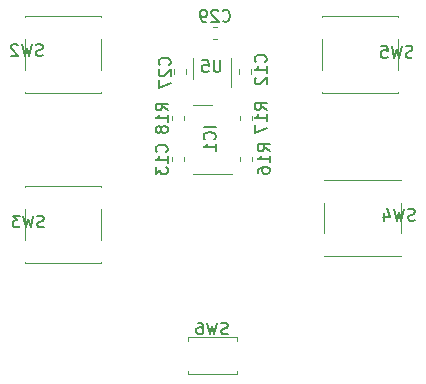
<source format=gbr>
G04 #@! TF.GenerationSoftware,KiCad,Pcbnew,(5.1.6-0-10_14)*
G04 #@! TF.CreationDate,2020-09-27T10:59:16+08:00*
G04 #@! TF.ProjectId,Watch_F4,57617463-685f-4463-942e-6b696361645f,rev?*
G04 #@! TF.SameCoordinates,Original*
G04 #@! TF.FileFunction,Legend,Bot*
G04 #@! TF.FilePolarity,Positive*
%FSLAX46Y46*%
G04 Gerber Fmt 4.6, Leading zero omitted, Abs format (unit mm)*
G04 Created by KiCad (PCBNEW (5.1.6-0-10_14)) date 2020-09-27 10:59:16*
%MOMM*%
%LPD*%
G01*
G04 APERTURE LIST*
%ADD10C,0.120000*%
%ADD11C,0.150000*%
G04 APERTURE END LIST*
D10*
X148406267Y-96500000D02*
X148063733Y-96500000D01*
X148406267Y-97520000D02*
X148063733Y-97520000D01*
X150070000Y-122730000D02*
X145930000Y-122730000D01*
X145930000Y-125570000D02*
X145930000Y-125870000D01*
X145930000Y-125870000D02*
X150070000Y-125870000D01*
X150070000Y-123030000D02*
X150070000Y-122730000D01*
X150070000Y-125870000D02*
X150070000Y-125570000D01*
X145930000Y-122730000D02*
X145930000Y-123030000D01*
X138580000Y-116430000D02*
X138580000Y-116400000D01*
X138580000Y-109970000D02*
X138580000Y-110000000D01*
X132120000Y-109970000D02*
X132120000Y-110000000D01*
X132120000Y-116400000D02*
X132120000Y-116430000D01*
X138580000Y-114500000D02*
X138580000Y-111900000D01*
X132120000Y-116430000D02*
X138580000Y-116430000D01*
X132120000Y-114500000D02*
X132120000Y-111900000D01*
X132120000Y-109970000D02*
X138580000Y-109970000D01*
X163758000Y-102030000D02*
X163758000Y-102000000D01*
X163758000Y-95570000D02*
X163758000Y-95600000D01*
X157298000Y-95570000D02*
X157298000Y-95600000D01*
X157298000Y-102000000D02*
X157298000Y-102030000D01*
X163758000Y-100100000D02*
X163758000Y-97500000D01*
X157298000Y-102030000D02*
X163758000Y-102030000D01*
X157298000Y-100100000D02*
X157298000Y-97500000D01*
X157298000Y-95570000D02*
X163758000Y-95570000D01*
X163950000Y-115880000D02*
X163950000Y-115850000D01*
X163950000Y-109420000D02*
X163950000Y-109450000D01*
X157490000Y-109420000D02*
X157490000Y-109450000D01*
X157490000Y-115850000D02*
X157490000Y-115880000D01*
X163950000Y-113950000D02*
X163950000Y-111350000D01*
X157490000Y-115880000D02*
X163950000Y-115880000D01*
X157490000Y-113950000D02*
X157490000Y-111350000D01*
X157490000Y-109420000D02*
X163950000Y-109420000D01*
X132120000Y-95570000D02*
X132120000Y-95600000D01*
X132120000Y-102030000D02*
X132120000Y-102000000D01*
X138580000Y-102030000D02*
X138580000Y-102000000D01*
X138580000Y-95600000D02*
X138580000Y-95570000D01*
X132120000Y-97500000D02*
X132120000Y-100100000D01*
X138580000Y-95570000D02*
X132120000Y-95570000D01*
X138580000Y-97500000D02*
X138580000Y-100100000D01*
X138580000Y-102030000D02*
X132120000Y-102030000D01*
X146410000Y-100895000D02*
X146410000Y-99095000D01*
X149630000Y-99095000D02*
X149630000Y-101545000D01*
X144740000Y-100073733D02*
X144740000Y-100416267D01*
X145760000Y-100073733D02*
X145760000Y-100416267D01*
X150280000Y-100073733D02*
X150280000Y-100416267D01*
X151300000Y-100073733D02*
X151300000Y-100416267D01*
X145620000Y-104346267D02*
X145620000Y-104003733D01*
X144600000Y-104346267D02*
X144600000Y-104003733D01*
X150360000Y-104048733D02*
X150360000Y-104391267D01*
X151380000Y-104048733D02*
X151380000Y-104391267D01*
X151380000Y-107811267D02*
X151380000Y-107468733D01*
X150360000Y-107811267D02*
X150360000Y-107468733D01*
X148000000Y-103080000D02*
X146360000Y-103080000D01*
X146340000Y-108900000D02*
X149650000Y-108900000D01*
X145630000Y-107816267D02*
X145630000Y-107473733D01*
X144610000Y-107816267D02*
X144610000Y-107473733D01*
D11*
X148877857Y-95937142D02*
X148925476Y-95984761D01*
X149068333Y-96032380D01*
X149163571Y-96032380D01*
X149306428Y-95984761D01*
X149401666Y-95889523D01*
X149449285Y-95794285D01*
X149496904Y-95603809D01*
X149496904Y-95460952D01*
X149449285Y-95270476D01*
X149401666Y-95175238D01*
X149306428Y-95080000D01*
X149163571Y-95032380D01*
X149068333Y-95032380D01*
X148925476Y-95080000D01*
X148877857Y-95127619D01*
X148496904Y-95127619D02*
X148449285Y-95080000D01*
X148354047Y-95032380D01*
X148115952Y-95032380D01*
X148020714Y-95080000D01*
X147973095Y-95127619D01*
X147925476Y-95222857D01*
X147925476Y-95318095D01*
X147973095Y-95460952D01*
X148544523Y-96032380D01*
X147925476Y-96032380D01*
X147449285Y-96032380D02*
X147258809Y-96032380D01*
X147163571Y-95984761D01*
X147115952Y-95937142D01*
X147020714Y-95794285D01*
X146973095Y-95603809D01*
X146973095Y-95222857D01*
X147020714Y-95127619D01*
X147068333Y-95080000D01*
X147163571Y-95032380D01*
X147354047Y-95032380D01*
X147449285Y-95080000D01*
X147496904Y-95127619D01*
X147544523Y-95222857D01*
X147544523Y-95460952D01*
X147496904Y-95556190D01*
X147449285Y-95603809D01*
X147354047Y-95651428D01*
X147163571Y-95651428D01*
X147068333Y-95603809D01*
X147020714Y-95556190D01*
X146973095Y-95460952D01*
X149333333Y-122454761D02*
X149190476Y-122502380D01*
X148952380Y-122502380D01*
X148857142Y-122454761D01*
X148809523Y-122407142D01*
X148761904Y-122311904D01*
X148761904Y-122216666D01*
X148809523Y-122121428D01*
X148857142Y-122073809D01*
X148952380Y-122026190D01*
X149142857Y-121978571D01*
X149238095Y-121930952D01*
X149285714Y-121883333D01*
X149333333Y-121788095D01*
X149333333Y-121692857D01*
X149285714Y-121597619D01*
X149238095Y-121550000D01*
X149142857Y-121502380D01*
X148904761Y-121502380D01*
X148761904Y-121550000D01*
X148428571Y-121502380D02*
X148190476Y-122502380D01*
X148000000Y-121788095D01*
X147809523Y-122502380D01*
X147571428Y-121502380D01*
X146761904Y-121502380D02*
X146952380Y-121502380D01*
X147047619Y-121550000D01*
X147095238Y-121597619D01*
X147190476Y-121740476D01*
X147238095Y-121930952D01*
X147238095Y-122311904D01*
X147190476Y-122407142D01*
X147142857Y-122454761D01*
X147047619Y-122502380D01*
X146857142Y-122502380D01*
X146761904Y-122454761D01*
X146714285Y-122407142D01*
X146666666Y-122311904D01*
X146666666Y-122073809D01*
X146714285Y-121978571D01*
X146761904Y-121930952D01*
X146857142Y-121883333D01*
X147047619Y-121883333D01*
X147142857Y-121930952D01*
X147190476Y-121978571D01*
X147238095Y-122073809D01*
X133763333Y-113404761D02*
X133620476Y-113452380D01*
X133382380Y-113452380D01*
X133287142Y-113404761D01*
X133239523Y-113357142D01*
X133191904Y-113261904D01*
X133191904Y-113166666D01*
X133239523Y-113071428D01*
X133287142Y-113023809D01*
X133382380Y-112976190D01*
X133572857Y-112928571D01*
X133668095Y-112880952D01*
X133715714Y-112833333D01*
X133763333Y-112738095D01*
X133763333Y-112642857D01*
X133715714Y-112547619D01*
X133668095Y-112500000D01*
X133572857Y-112452380D01*
X133334761Y-112452380D01*
X133191904Y-112500000D01*
X132858571Y-112452380D02*
X132620476Y-113452380D01*
X132430000Y-112738095D01*
X132239523Y-113452380D01*
X132001428Y-112452380D01*
X131715714Y-112452380D02*
X131096666Y-112452380D01*
X131430000Y-112833333D01*
X131287142Y-112833333D01*
X131191904Y-112880952D01*
X131144285Y-112928571D01*
X131096666Y-113023809D01*
X131096666Y-113261904D01*
X131144285Y-113357142D01*
X131191904Y-113404761D01*
X131287142Y-113452380D01*
X131572857Y-113452380D01*
X131668095Y-113404761D01*
X131715714Y-113357142D01*
X164943333Y-99024761D02*
X164800476Y-99072380D01*
X164562380Y-99072380D01*
X164467142Y-99024761D01*
X164419523Y-98977142D01*
X164371904Y-98881904D01*
X164371904Y-98786666D01*
X164419523Y-98691428D01*
X164467142Y-98643809D01*
X164562380Y-98596190D01*
X164752857Y-98548571D01*
X164848095Y-98500952D01*
X164895714Y-98453333D01*
X164943333Y-98358095D01*
X164943333Y-98262857D01*
X164895714Y-98167619D01*
X164848095Y-98120000D01*
X164752857Y-98072380D01*
X164514761Y-98072380D01*
X164371904Y-98120000D01*
X164038571Y-98072380D02*
X163800476Y-99072380D01*
X163610000Y-98358095D01*
X163419523Y-99072380D01*
X163181428Y-98072380D01*
X162324285Y-98072380D02*
X162800476Y-98072380D01*
X162848095Y-98548571D01*
X162800476Y-98500952D01*
X162705238Y-98453333D01*
X162467142Y-98453333D01*
X162371904Y-98500952D01*
X162324285Y-98548571D01*
X162276666Y-98643809D01*
X162276666Y-98881904D01*
X162324285Y-98977142D01*
X162371904Y-99024761D01*
X162467142Y-99072380D01*
X162705238Y-99072380D01*
X162800476Y-99024761D01*
X162848095Y-98977142D01*
X165143333Y-112834761D02*
X165000476Y-112882380D01*
X164762380Y-112882380D01*
X164667142Y-112834761D01*
X164619523Y-112787142D01*
X164571904Y-112691904D01*
X164571904Y-112596666D01*
X164619523Y-112501428D01*
X164667142Y-112453809D01*
X164762380Y-112406190D01*
X164952857Y-112358571D01*
X165048095Y-112310952D01*
X165095714Y-112263333D01*
X165143333Y-112168095D01*
X165143333Y-112072857D01*
X165095714Y-111977619D01*
X165048095Y-111930000D01*
X164952857Y-111882380D01*
X164714761Y-111882380D01*
X164571904Y-111930000D01*
X164238571Y-111882380D02*
X164000476Y-112882380D01*
X163810000Y-112168095D01*
X163619523Y-112882380D01*
X163381428Y-111882380D01*
X162571904Y-112215714D02*
X162571904Y-112882380D01*
X162810000Y-111834761D02*
X163048095Y-112549047D01*
X162429047Y-112549047D01*
X133633333Y-98884761D02*
X133490476Y-98932380D01*
X133252380Y-98932380D01*
X133157142Y-98884761D01*
X133109523Y-98837142D01*
X133061904Y-98741904D01*
X133061904Y-98646666D01*
X133109523Y-98551428D01*
X133157142Y-98503809D01*
X133252380Y-98456190D01*
X133442857Y-98408571D01*
X133538095Y-98360952D01*
X133585714Y-98313333D01*
X133633333Y-98218095D01*
X133633333Y-98122857D01*
X133585714Y-98027619D01*
X133538095Y-97980000D01*
X133442857Y-97932380D01*
X133204761Y-97932380D01*
X133061904Y-97980000D01*
X132728571Y-97932380D02*
X132490476Y-98932380D01*
X132300000Y-98218095D01*
X132109523Y-98932380D01*
X131871428Y-97932380D01*
X131538095Y-98027619D02*
X131490476Y-97980000D01*
X131395238Y-97932380D01*
X131157142Y-97932380D01*
X131061904Y-97980000D01*
X131014285Y-98027619D01*
X130966666Y-98122857D01*
X130966666Y-98218095D01*
X131014285Y-98360952D01*
X131585714Y-98932380D01*
X130966666Y-98932380D01*
X148696904Y-99287380D02*
X148696904Y-100096904D01*
X148649285Y-100192142D01*
X148601666Y-100239761D01*
X148506428Y-100287380D01*
X148315952Y-100287380D01*
X148220714Y-100239761D01*
X148173095Y-100192142D01*
X148125476Y-100096904D01*
X148125476Y-99287380D01*
X147173095Y-99287380D02*
X147649285Y-99287380D01*
X147696904Y-99763571D01*
X147649285Y-99715952D01*
X147554047Y-99668333D01*
X147315952Y-99668333D01*
X147220714Y-99715952D01*
X147173095Y-99763571D01*
X147125476Y-99858809D01*
X147125476Y-100096904D01*
X147173095Y-100192142D01*
X147220714Y-100239761D01*
X147315952Y-100287380D01*
X147554047Y-100287380D01*
X147649285Y-100239761D01*
X147696904Y-100192142D01*
X144375142Y-99687142D02*
X144422761Y-99639523D01*
X144470380Y-99496666D01*
X144470380Y-99401428D01*
X144422761Y-99258571D01*
X144327523Y-99163333D01*
X144232285Y-99115714D01*
X144041809Y-99068095D01*
X143898952Y-99068095D01*
X143708476Y-99115714D01*
X143613238Y-99163333D01*
X143518000Y-99258571D01*
X143470380Y-99401428D01*
X143470380Y-99496666D01*
X143518000Y-99639523D01*
X143565619Y-99687142D01*
X143565619Y-100068095D02*
X143518000Y-100115714D01*
X143470380Y-100210952D01*
X143470380Y-100449047D01*
X143518000Y-100544285D01*
X143565619Y-100591904D01*
X143660857Y-100639523D01*
X143756095Y-100639523D01*
X143898952Y-100591904D01*
X144470380Y-100020476D01*
X144470380Y-100639523D01*
X143470380Y-100972857D02*
X143470380Y-101639523D01*
X144470380Y-101210952D01*
X152503142Y-99433142D02*
X152550761Y-99385523D01*
X152598380Y-99242666D01*
X152598380Y-99147428D01*
X152550761Y-99004571D01*
X152455523Y-98909333D01*
X152360285Y-98861714D01*
X152169809Y-98814095D01*
X152026952Y-98814095D01*
X151836476Y-98861714D01*
X151741238Y-98909333D01*
X151646000Y-99004571D01*
X151598380Y-99147428D01*
X151598380Y-99242666D01*
X151646000Y-99385523D01*
X151693619Y-99433142D01*
X152598380Y-100385523D02*
X152598380Y-99814095D01*
X152598380Y-100099809D02*
X151598380Y-100099809D01*
X151741238Y-100004571D01*
X151836476Y-99909333D01*
X151884095Y-99814095D01*
X151693619Y-100766476D02*
X151646000Y-100814095D01*
X151598380Y-100909333D01*
X151598380Y-101147428D01*
X151646000Y-101242666D01*
X151693619Y-101290285D01*
X151788857Y-101337904D01*
X151884095Y-101337904D01*
X152026952Y-101290285D01*
X152598380Y-100718857D01*
X152598380Y-101337904D01*
X144216380Y-103532142D02*
X143740190Y-103198809D01*
X144216380Y-102960714D02*
X143216380Y-102960714D01*
X143216380Y-103341666D01*
X143264000Y-103436904D01*
X143311619Y-103484523D01*
X143406857Y-103532142D01*
X143549714Y-103532142D01*
X143644952Y-103484523D01*
X143692571Y-103436904D01*
X143740190Y-103341666D01*
X143740190Y-102960714D01*
X144216380Y-104484523D02*
X144216380Y-103913095D01*
X144216380Y-104198809D02*
X143216380Y-104198809D01*
X143359238Y-104103571D01*
X143454476Y-104008333D01*
X143502095Y-103913095D01*
X143644952Y-105055952D02*
X143597333Y-104960714D01*
X143549714Y-104913095D01*
X143454476Y-104865476D01*
X143406857Y-104865476D01*
X143311619Y-104913095D01*
X143264000Y-104960714D01*
X143216380Y-105055952D01*
X143216380Y-105246428D01*
X143264000Y-105341666D01*
X143311619Y-105389285D01*
X143406857Y-105436904D01*
X143454476Y-105436904D01*
X143549714Y-105389285D01*
X143597333Y-105341666D01*
X143644952Y-105246428D01*
X143644952Y-105055952D01*
X143692571Y-104960714D01*
X143740190Y-104913095D01*
X143835428Y-104865476D01*
X144025904Y-104865476D01*
X144121142Y-104913095D01*
X144168761Y-104960714D01*
X144216380Y-105055952D01*
X144216380Y-105246428D01*
X144168761Y-105341666D01*
X144121142Y-105389285D01*
X144025904Y-105436904D01*
X143835428Y-105436904D01*
X143740190Y-105389285D01*
X143692571Y-105341666D01*
X143644952Y-105246428D01*
X152598380Y-103497142D02*
X152122190Y-103163809D01*
X152598380Y-102925714D02*
X151598380Y-102925714D01*
X151598380Y-103306666D01*
X151646000Y-103401904D01*
X151693619Y-103449523D01*
X151788857Y-103497142D01*
X151931714Y-103497142D01*
X152026952Y-103449523D01*
X152074571Y-103401904D01*
X152122190Y-103306666D01*
X152122190Y-102925714D01*
X152598380Y-104449523D02*
X152598380Y-103878095D01*
X152598380Y-104163809D02*
X151598380Y-104163809D01*
X151741238Y-104068571D01*
X151836476Y-103973333D01*
X151884095Y-103878095D01*
X151598380Y-104782857D02*
X151598380Y-105449523D01*
X152598380Y-105020952D01*
X152852380Y-106997142D02*
X152376190Y-106663809D01*
X152852380Y-106425714D02*
X151852380Y-106425714D01*
X151852380Y-106806666D01*
X151900000Y-106901904D01*
X151947619Y-106949523D01*
X152042857Y-106997142D01*
X152185714Y-106997142D01*
X152280952Y-106949523D01*
X152328571Y-106901904D01*
X152376190Y-106806666D01*
X152376190Y-106425714D01*
X152852380Y-107949523D02*
X152852380Y-107378095D01*
X152852380Y-107663809D02*
X151852380Y-107663809D01*
X151995238Y-107568571D01*
X152090476Y-107473333D01*
X152138095Y-107378095D01*
X151852380Y-108806666D02*
X151852380Y-108616190D01*
X151900000Y-108520952D01*
X151947619Y-108473333D01*
X152090476Y-108378095D01*
X152280952Y-108330476D01*
X152661904Y-108330476D01*
X152757142Y-108378095D01*
X152804761Y-108425714D01*
X152852380Y-108520952D01*
X152852380Y-108711428D01*
X152804761Y-108806666D01*
X152757142Y-108854285D01*
X152661904Y-108901904D01*
X152423809Y-108901904D01*
X152328571Y-108854285D01*
X152280952Y-108806666D01*
X152233333Y-108711428D01*
X152233333Y-108520952D01*
X152280952Y-108425714D01*
X152328571Y-108378095D01*
X152423809Y-108330476D01*
X148280380Y-104941809D02*
X147280380Y-104941809D01*
X148185142Y-105989428D02*
X148232761Y-105941809D01*
X148280380Y-105798952D01*
X148280380Y-105703714D01*
X148232761Y-105560857D01*
X148137523Y-105465619D01*
X148042285Y-105418000D01*
X147851809Y-105370380D01*
X147708952Y-105370380D01*
X147518476Y-105418000D01*
X147423238Y-105465619D01*
X147328000Y-105560857D01*
X147280380Y-105703714D01*
X147280380Y-105798952D01*
X147328000Y-105941809D01*
X147375619Y-105989428D01*
X148280380Y-106941809D02*
X148280380Y-106370380D01*
X148280380Y-106656095D02*
X147280380Y-106656095D01*
X147423238Y-106560857D01*
X147518476Y-106465619D01*
X147566095Y-106370380D01*
X144121142Y-107053142D02*
X144168761Y-107005523D01*
X144216380Y-106862666D01*
X144216380Y-106767428D01*
X144168761Y-106624571D01*
X144073523Y-106529333D01*
X143978285Y-106481714D01*
X143787809Y-106434095D01*
X143644952Y-106434095D01*
X143454476Y-106481714D01*
X143359238Y-106529333D01*
X143264000Y-106624571D01*
X143216380Y-106767428D01*
X143216380Y-106862666D01*
X143264000Y-107005523D01*
X143311619Y-107053142D01*
X144216380Y-108005523D02*
X144216380Y-107434095D01*
X144216380Y-107719809D02*
X143216380Y-107719809D01*
X143359238Y-107624571D01*
X143454476Y-107529333D01*
X143502095Y-107434095D01*
X143216380Y-108338857D02*
X143216380Y-108957904D01*
X143597333Y-108624571D01*
X143597333Y-108767428D01*
X143644952Y-108862666D01*
X143692571Y-108910285D01*
X143787809Y-108957904D01*
X144025904Y-108957904D01*
X144121142Y-108910285D01*
X144168761Y-108862666D01*
X144216380Y-108767428D01*
X144216380Y-108481714D01*
X144168761Y-108386476D01*
X144121142Y-108338857D01*
M02*

</source>
